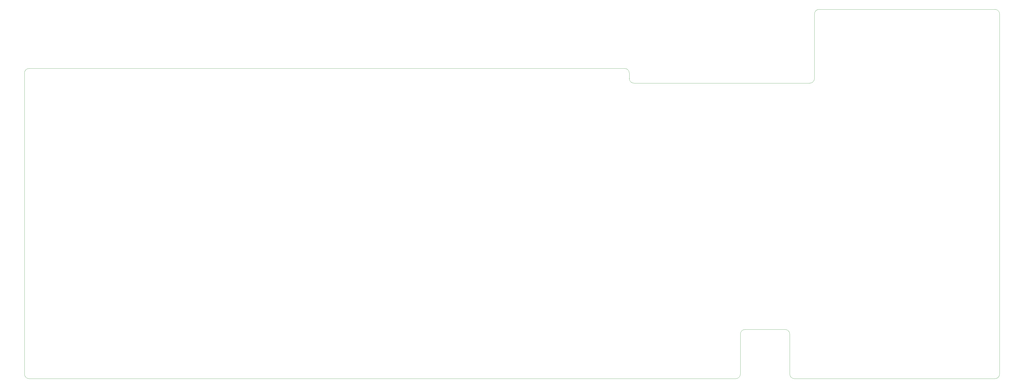
<source format=gm1>
G04 #@! TF.GenerationSoftware,KiCad,Pcbnew,8.0.2*
G04 #@! TF.CreationDate,2025-03-09T11:26:09+00:00*
G04 #@! TF.ProjectId,Keyboard,4b657962-6f61-4726-942e-6b696361645f,rev?*
G04 #@! TF.SameCoordinates,Original*
G04 #@! TF.FileFunction,Profile,NP*
%FSLAX46Y46*%
G04 Gerber Fmt 4.6, Leading zero omitted, Abs format (unit mm)*
G04 Created by KiCad (PCBNEW 8.0.2) date 2025-03-09 11:26:09*
%MOMM*%
%LPD*%
G01*
G04 APERTURE LIST*
G04 #@! TA.AperFunction,Profile*
%ADD10C,0.050000*%
G04 #@! TD*
G04 APERTURE END LIST*
D10*
X80012499Y-114979999D02*
G75*
G02*
X81917499Y-113074999I1905001J-1D01*
G01*
X81917499Y-239075001D02*
G75*
G02*
X80012499Y-237170001I1J1905001D01*
G01*
X473107501Y-89074999D02*
G75*
G02*
X475012501Y-90979999I-1J-1905001D01*
G01*
X475012501Y-237170001D02*
G75*
G02*
X473107501Y-239075001I-1905001J1D01*
G01*
X391917499Y-239075001D02*
G75*
G02*
X390012499Y-237170001I1J1905001D01*
G01*
X370012501Y-237170001D02*
G75*
G02*
X368107501Y-239075001I-1905001J1D01*
G01*
X400012499Y-90979999D02*
G75*
G02*
X401917499Y-89074999I1905001J-1D01*
G01*
X323107500Y-113074998D02*
G75*
G02*
X325012500Y-114979998I-2J-1905002D01*
G01*
X326917498Y-119075002D02*
G75*
G02*
X325012498Y-117170002I2J1905002D01*
G01*
X400012502Y-117170002D02*
G75*
G02*
X398107502Y-119075002I-1905002J2D01*
G01*
X388107502Y-219074998D02*
G75*
G02*
X390012502Y-220979998I-2J-1905002D01*
G01*
X370012500Y-220980000D02*
G75*
G02*
X371917500Y-219075000I1905000J0D01*
G01*
X475012501Y-237170001D02*
X475012501Y-90979999D01*
X473107501Y-89074999D02*
X401917499Y-89074999D01*
X325012498Y-117170002D02*
X325012500Y-114979998D01*
X391917499Y-239075001D02*
X473107501Y-239075001D01*
X371917500Y-219075000D02*
X388107502Y-219074998D01*
X370012500Y-220980000D02*
X370012501Y-237170001D01*
X81917499Y-113074999D02*
X323107500Y-113074998D01*
X81917499Y-239075001D02*
X368107501Y-239075001D01*
X400012499Y-90979999D02*
X400012502Y-117170002D01*
X80012499Y-114979999D02*
X80012499Y-237170001D01*
X398107502Y-119075002D02*
X326917498Y-119075002D01*
X390012499Y-237170001D02*
X390012502Y-220979998D01*
M02*

</source>
